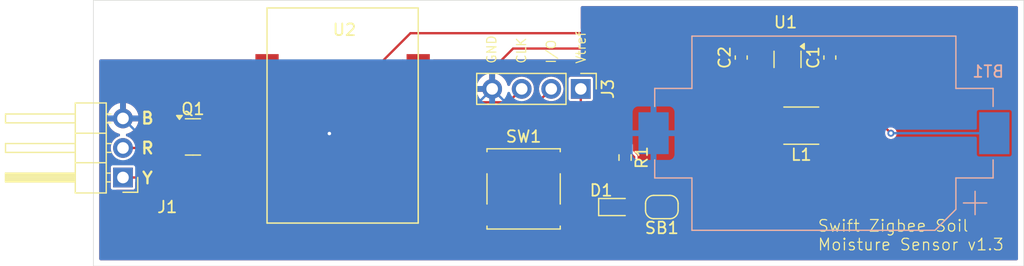
<source format=kicad_pcb>
(kicad_pcb (version 20221018) (generator pcbnew)
  (title_block (title "Swift Zigbee Soil Moisture Sensor") (date "2024-10-01") (rev "1.3"))
  (layers (0 "F.Cu" signal) (31 "B.Cu" signal) (34 "B.Paste" user) (35 "F.Paste" user) (36 "B.SilkS" user "B.Silkscreen") (37 "F.SilkS" user "F.Silkscreen") (38 "B.Mask" user) (39 "F.Mask" user) (44 "Edge.Cuts" user))
  (net 0 "")
  (net 1 "Net-(BT1-+)")
  (net 2 "GND")
  (net 3 "+3.3V")
  (net 4 "Net-(D1-A)")
  (net 5 "Net-(J1-Pin_1)")
  (net 6 "Net-(J1-Pin_2)")
  (net 7 "Net-(U1-L)")
  (net 8 "Net-(Q1-G)")
  (net 9 "Net-(D1-K)")
  (net 38 "Net-(U2B-P0.24)")
  (net 41 "Net-(JP1-A)")
  (net 42 "Net-(J3-SWDCLK)")
  (net 43 "Net-(J3-SWDIO)")
  (footprint "LED_SMD:LED_0603_1608Metric" (layer "F.Cu") (at 113.5125 76.2)
    (fp_text reference "D1" (at -1.27 -1.43) (layer "F.SilkS"))
    (fp_text value "LED" hide)
    (fp_line (start -1.485 -0.735) (end -1.485 0.735) (stroke (width 0.12)) (layer "F.SilkS"))
    (fp_line (start -1.485 0.735) (end 0.8 0.735) (stroke (width 0.12)) (layer "F.SilkS"))
    (fp_line (start 0.8 -0.735) (end -1.485 -0.735) (stroke (width 0.12)) (layer "F.SilkS"))
    (pad "1" smd roundrect (at -0.7875 0) (size 0.875 0.95) (layers "F.Cu" "F.Paste" "F.Mask") (net 9 "Net-(D1-K)"))
    (pad "2" smd roundrect (at 0.7875 0) (size 0.875 0.95) (layers "F.Cu" "F.Paste" "F.Mask") (net 4 "Net-(D1-A)"))
  )
  (footprint "Button_Switch_SMD:SW_SPST_B3S-1000" (layer "F.Cu") (at 105.575 74.64)
    (fp_text reference "SW1" (at 0 -4.5) (layer "F.SilkS"))
    (fp_text value "Factory Reset" hide)
    (fp_line (start -3.15 -3.45) (end 3.15 -3.45) (stroke (width 0.12)) (layer "F.SilkS"))
    (fp_line (start -3.15 -3.2) (end -3.15 -3.45) (stroke (width 0.12)) (layer "F.SilkS"))
    (fp_line (start -3.15 1.3) (end -3.15 -1.3) (stroke (width 0.12)) (layer "F.SilkS"))
    (fp_line (start -3.15 3.45) (end -3.15 3.2) (stroke (width 0.12)) (layer "F.SilkS"))
    (fp_line (start 3.15 -3.45) (end 3.15 -3.2) (stroke (width 0.12)) (layer "F.SilkS"))
    (fp_line (start 3.15 -1.3) (end 3.15 1.3) (stroke (width 0.12)) (layer "F.SilkS"))
    (fp_line (start 3.15 3.2) (end 3.15 3.45) (stroke (width 0.12)) (layer "F.SilkS"))
    (fp_line (start 3.15 3.45) (end -3.15 3.45) (stroke (width 0.12)) (layer "F.SilkS"))
    (pad "1" smd rect (at -3.975 -2.25) (size 1.55 1.3) (layers "F.Cu" "F.Paste" "F.Mask") (net 38 "Net-(U2B-P0.24)"))
    (pad "1" smd rect (at 3.975 -2.25) (size 1.55 1.3) (layers "F.Cu" "F.Paste" "F.Mask") (net 38 "Net-(U2B-P0.24)"))
    (pad "2" smd rect (at -3.975 2.25) (size 1.55 1.3) (layers "F.Cu" "F.Paste" "F.Mask") (net 2 "GND"))
    (pad "2" smd rect (at 3.975 2.25) (size 1.55 1.3) (layers "F.Cu" "F.Paste" "F.Mask") (net 2 "GND"))
  )
  (footprint "Resistor_SMD:R_0603_1608Metric" (layer "F.Cu") (at 114.3 71.945 -90)
    (fp_text reference "R1" (at 0 -1.43 90) (layer "F.SilkS"))
    (fp_text value "680Ω" hide)
    (fp_line (start -0.237258 -0.5225) (end 0.237258 -0.5225) (stroke (width 0.12)) (layer "F.SilkS"))
    (fp_line (start -0.237258 0.5225) (end 0.237258 0.5225) (stroke (width 0.12)) (layer "F.SilkS"))
    (pad "1" smd roundrect (at -0.825 0 270) (size 0.8 0.95) (layers "F.Cu" "F.Paste" "F.Mask") (net 3 "+3.3V"))
    (pad "2" smd roundrect (at 0.825 0 270) (size 0.8 0.95) (layers "F.Cu" "F.Paste" "F.Mask") (net 4 "Net-(D1-A)"))
  )
  (footprint "Connector_PinHeader_2.54mm:PinHeader_1x03_P2.54mm_Horizontal" (layer "F.Cu") (at 71.12 73.66 180)
    (fp_text reference "J1" (at -3.81 -2.54) (layer "F.SilkS"))
    (fp_text value "Probe" hide)
    (fp_line (start -1.27 -1.27) (end 0 -1.27) (stroke (width 0.12)) (layer "F.SilkS"))
    (fp_line (start -1.27 0) (end -1.27 -1.27) (stroke (width 0.12)) (layer "F.SilkS"))
    (fp_line (start 1.042929 2.16) (end 1.44 2.16) (stroke (width 0.12)) (layer "F.SilkS"))
    (fp_line (start 1.042929 2.92) (end 1.44 2.92) (stroke (width 0.12)) (layer "F.SilkS"))
    (fp_line (start 1.042929 4.7) (end 1.44 4.7) (stroke (width 0.12)) (layer "F.SilkS"))
    (fp_line (start 1.042929 5.46) (end 1.44 5.46) (stroke (width 0.12)) (layer "F.SilkS"))
    (fp_line (start 1.11 -0.38) (end 1.44 -0.38) (stroke (width 0.12)) (layer "F.SilkS"))
    (fp_line (start 1.11 0.38) (end 1.44 0.38) (stroke (width 0.12)) (layer "F.SilkS"))
    (fp_line (start 1.44 -1.33) (end 1.44 6.41) (stroke (width 0.12)) (layer "F.SilkS"))
    (fp_line (start 1.44 1.27) (end 4.1 1.27) (stroke (width 0.12)) (layer "F.SilkS"))
    (fp_line (start 1.44 3.81) (end 4.1 3.81) (stroke (width 0.12)) (layer "F.SilkS"))
    (fp_line (start 1.44 6.41) (end 4.1 6.41) (stroke (width 0.12)) (layer "F.SilkS"))
    (fp_line (start 4.1 -1.33) (end 1.44 -1.33) (stroke (width 0.12)) (layer "F.SilkS"))
    (fp_line (start 4.1 -0.38) (end 10.1 -0.38) (stroke (width 0.12)) (layer "F.SilkS"))
    (fp_line (start 4.1 -0.32) (end 10.1 -0.32) (stroke (width 0.12)) (layer "F.SilkS"))
    (fp_line (start 4.1 -0.2) (end 10.1 -0.2) (stroke (width 0.12)) (layer "F.SilkS"))
    (fp_line (start 4.1 -0.08) (end 10.1 -0.08) (stroke (width 0.12)) (layer "F.SilkS"))
    (fp_line (start 4.1 0.04) (end 10.1 0.04) (stroke (width 0.12)) (layer "F.SilkS"))
    (fp_line (start 4.1 0.16) (end 10.1 0.16) (stroke (width 0.12)) (layer "F.SilkS"))
    (fp_line (start 4.1 0.28) (end 10.1 0.28) (stroke (width 0.12)) (layer "F.SilkS"))
    (fp_line (start 4.1 2.16) (end 10.1 2.16) (stroke (width 0.12)) (layer "F.SilkS"))
    (fp_line (start 4.1 4.7) (end 10.1 4.7) (stroke (width 0.12)) (layer "F.SilkS"))
    (fp_line (start 4.1 6.41) (end 4.1 -1.33) (stroke (width 0.12)) (layer "F.SilkS"))
    (fp_line (start 10.1 -0.38) (end 10.1 0.38) (stroke (width 0.12)) (layer "F.SilkS"))
    (fp_line (start 10.1 0.38) (end 4.1 0.38) (stroke (width 0.12)) (layer "F.SilkS"))
    (fp_line (start 10.1 2.16) (end 10.1 2.92) (stroke (width 0.12)) (layer "F.SilkS"))
    (fp_line (start 10.1 2.92) (end 4.1 2.92) (stroke (width 0.12)) (layer "F.SilkS"))
    (fp_line (start 10.1 4.7) (end 10.1 5.46) (stroke (width 0.12)) (layer "F.SilkS"))
    (fp_line (start 10.1 5.46) (end 4.1 5.46) (stroke (width 0.12)) (layer "F.SilkS"))
    (pad "1" thru_hole rect (at 0 0 180) (size 1.7 1.7) (drill 1) (layers "*.Cu" "*.Mask") (net 5 "Net-(J1-Pin_1)"))
    (pad "2" thru_hole oval (at 0 2.54 180) (size 1.7 1.7) (drill 1) (layers "*.Cu" "*.Mask") (net 6 "Net-(J1-Pin_2)"))
    (pad "3" thru_hole oval (at 0 5.08 180) (size 1.7 1.7) (drill 1) (layers "*.Cu" "*.Mask") (net 2 "GND"))
  )
  (footprint "Package_TO_SOT_SMD:SOT-23" (layer "F.Cu") (at 77.1375 70.17)
    (fp_text reference "Q1" (at 0 -2.4) (layer "F.SilkS"))
    (fp_text value "BSS84" hide)
    (fp_line (start 0 -1.56) (end -0.65 -1.56) (stroke (width 0.12)) (layer "F.SilkS"))
    (fp_line (start 0 -1.56) (end 0.65 -1.56) (stroke (width 0.12)) (layer "F.SilkS"))
    (fp_line (start 0 1.56) (end -0.65 1.56) (stroke (width 0.12)) (layer "F.SilkS"))
    (fp_line (start 0 1.56) (end 0.65 1.56) (stroke (width 0.12)) (layer "F.SilkS"))
    (fp_poly (pts (xy -1.1625 -1.51) (xy -1.4025 -1.84) (xy -0.9225 -1.84) (xy -1.1625 -1.51)) (stroke (width 0.12)) (fill solid) (layer "F.SilkS"))
    (pad "1" smd roundrect (at -0.9375 -0.95) (size 1.475 0.6) (layers "F.Cu" "F.Paste" "F.Mask") (net 8 "Net-(Q1-G)"))
    (pad "2" smd roundrect (at -0.9375 0.95) (size 1.475 0.6) (layers "F.Cu" "F.Paste" "F.Mask") (net 41 "Net-(JP1-A)"))
    (pad "3" smd roundrect (at 0.9375 0) (size 1.475 0.6) (layers "F.Cu" "F.Paste" "F.Mask") (net 6 "Net-(J1-Pin_2)"))
  )
  (footprint "Capacitor_SMD:C_0603_1608Metric" (layer "F.Cu") (at 131.91 63.345 90)
    (fp_text reference "C1" (at 0 -1.43 90) (layer "F.SilkS"))
    (fp_text value "10µF" hide)
    (fp_line (start -0.14058 -0.51) (end 0.14058 -0.51) (stroke (width 0.12)) (layer "F.SilkS"))
    (fp_line (start -0.14058 0.51) (end 0.14058 0.51) (stroke (width 0.12)) (layer "F.SilkS"))
    (pad "1" smd roundrect (at -0.775 0 90) (size 0.9 0.95) (layers "F.Cu" "F.Paste" "F.Mask") (net 1 "Net-(BT1-+)"))
    (pad "2" smd roundrect (at 0.775 0 90) (size 0.9 0.95) (layers "F.Cu" "F.Paste" "F.Mask") (net 2 "GND"))
  )
  (footprint "Jumper:SolderJumper-2_P1.3mm_Open_RoundedPad1.0x1.5mm" (layer "F.Cu") (at 117.46 76.2 180)
    (fp_text reference "SB1" (at 0 -1.8) (layer "F.SilkS"))
    (fp_text value "Jumper_Prog" hide)
    (fp_line (start -1.4 0.3) (end -1.4 -0.3) (stroke (width 0.12)) (layer "F.SilkS"))
    (fp_line (start -0.7 -1) (end 0.7 -1) (stroke (width 0.12)) (layer "F.SilkS"))
    (fp_line (start 0.7 1) (end -0.7 1) (stroke (width 0.12)) (layer "F.SilkS"))
    (fp_line (start 1.4 -0.3) (end 1.4 0.3) (stroke (width 0.12)) (layer "F.SilkS"))
    (fp_arc (start -1.4 -0.3) (mid -1.194975 -0.794975) (end -0.7 -1) (stroke (width 0.12)) (layer "F.SilkS"))
    (fp_arc (start -0.7 1) (mid -1.194975 0.794975) (end -1.4 0.3) (stroke (width 0.12)) (layer "F.SilkS"))
    (fp_arc (start 0.7 -1) (mid 1.194975 -0.794975) (end 1.4 -0.3) (stroke (width 0.12)) (layer "F.SilkS"))
    (fp_arc (start 1.4 0.3) (mid 1.194975 0.794975) (end 0.7 1) (stroke (width 0.12)) (layer "F.SilkS"))
    (pad "1" smd custom (at -0.65 0 180) (size 1 0.5) (layers "F.Cu" "F.Mask") (net 41 "Net-(JP1-A)") (options (clearance outline) (anchor rect)) (primitives (gr_circle (center 0 0.25) (end 0.5 0.25) (width 0) (fill yes)) (gr_circle (center 0 -0.25) (end 0.5 -0.25) (width 0) (fill yes)) (gr_poly (pts (xy 0.5 0.75) (xy 0 0.75) (xy 0 -0.75) (xy 0.5 -0.75)) (width 0) (fill yes))))
    (pad "2" smd custom (at 0.65 0 180) (size 1 0.5) (layers "F.Cu" "F.Mask") (net 3 "+3.3V") (options (clearance outline) (anchor rect)) (primitives (gr_circle (center 0 0.25) (end 0.5 0.25) (width 0) (fill yes)) (gr_circle (center 0 -0.25) (end 0.5 -0.25) (width 0) (fill yes)) (gr_poly (pts (xy 0 0.75) (xy -0.5 0.75) (xy -0.5 -0.75) (xy 0 -0.75)) (width 0) (fill yes))))
  )
  (footprint "Inductor_SMD:L_Taiyo-Yuden_NR-30xx" (layer "F.Cu") (at 129.455 69.2 180)
    (fp_text reference "L1" (at 0 -2.5 180) (layer "F.SilkS"))
    (fp_text value "4.7µH")
    (fp_line (start -1.5 -1.6) (end 1.5 -1.6) (stroke (width 0.12)) (layer "F.SilkS"))
    (fp_line (start -1.5 1.6) (end 1.5 1.6) (stroke (width 0.12)) (layer "F.SilkS"))
    (pad "1" smd rect (at -1.1 0 180) (size 0.8 2.7) (layers "F.Cu" "F.Paste" "F.Mask") (net 1 "Net-(BT1-+)"))
    (pad "2" smd rect (at 1.1 0 180) (size 0.8 2.7) (layers "F.Cu" "F.Paste" "F.Mask") (net 7 "Net-(U1-L)"))
  )
  (footprint "Capacitor_SMD:C_0603_1608Metric" (layer "F.Cu") (at 124.29 63.345 90)
    (fp_text reference "C2" (at 0 -1.43 90) (layer "F.SilkS"))
    (fp_text value "10µF" hide)
    (fp_line (start -0.14058 -0.51) (end 0.14058 -0.51) (stroke (width 0.12)) (layer "F.SilkS"))
    (fp_line (start -0.14058 0.51) (end 0.14058 0.51) (stroke (width 0.12)) (layer "F.SilkS"))
    (pad "1" smd roundrect (at -0.775 0 90) (size 0.9 0.95) (layers "F.Cu" "F.Paste" "F.Mask") (net 41 "Net-(JP1-A)"))
    (pad "2" smd roundrect (at 0.775 0 90) (size 0.9 0.95) (layers "F.Cu" "F.Paste" "F.Mask") (net 2 "GND"))
  )
  (footprint "E73-2G4M08S1C:E73-2G4M08S1C" (layer "F.Cu") (at 90.01 68.5785)
    (fp_text reference "U2" (at 0.16 -7.6185) (layer "F.SilkS"))
    (fp_text value "E73-2G4M08S1C" hide)
    (fp_line (start -6.5 -9.5) (end -6.5 9) (stroke (width 0.127)) (layer "F.SilkS"))
    (fp_line (start -6.5 9) (end 6.5 9) (stroke (width 0.127)) (layer "F.SilkS"))
    (fp_line (start 6.5 -9.5) (end -6.5 -9.5) (stroke (width 0.127)) (layer "F.SilkS"))
    (fp_line (start 6.5 9) (end 6.5 -9.5) (stroke (width 0.127)) (layer "F.SilkS"))
    (pad "1" smd rect (at -6.5 -5.03) (size 2 1) (layers "F.Cu" "F.Paste" "F.Mask"))
    (pad "2" smd rect (at -6.5 -3.76) (size 2 1) (layers "F.Cu" "F.Paste" "F.Mask"))
    (pad "3" smd rect (at -6.5 -2.49) (size 2 1) (layers "F.Cu" "F.Paste" "F.Mask") (net 1 "Net-(BT1-+)"))
    (pad "4" smd rect (at -6.5 -1.22) (size 2 1) (layers "F.Cu" "F.Paste" "F.Mask"))
    (pad "5" smd rect (at -6.5 0.05) (size 2 1) (layers "F.Cu" "F.Paste" "F.Mask") (net 2 "GND"))
    (pad "6" smd rect (at -6.5 1.32) (size 2 1) (layers "F.Cu" "F.Paste" "F.Mask") (net 8 "Net-(Q1-G)"))
    (pad "7" smd rect (at -6.5 2.59) (size 2 1) (layers "F.Cu" "F.Paste" "F.Mask") (net 5 "Net-(J1-Pin_1)"))
    (pad "8" smd rect (at -6.5 3.86) (size 2 1) (layers "F.Cu" "F.Paste" "F.Mask"))
    (pad "9" smd rect (at -6.5 5.13) (size 2 1) (layers "F.Cu" "F.Paste" "F.Mask"))
    (pad "10" smd rect (at -6.5 6.4) (size 2 1) (layers "F.Cu" "F.Paste" "F.Mask"))
    (pad "11" smd rect (at -4.44 9) (size 1 2) (layers "F.Cu" "F.Paste" "F.Mask"))
    (pad "12" smd rect (at -3.81 6.9) (size 0.9 0.9) (layers "F.Cu" "F.Paste" "F.Mask"))
    (pad "13" smd rect (at -3.17 9) (size 1 2) (layers "F.Cu" "F.Paste" "F.Mask"))
    (pad "14" smd rect (at -2.54 6.9) (size 0.9 0.9) (layers "F.Cu" "F.Paste" "F.Mask"))
    (pad "15" smd rect (at -1.9 9) (size 1 2) (layers "F.Cu" "F.Paste" "F.Mask"))
    (pad "16" smd rect (at -1.27 6.9) (size 0.9 0.9) (layers "F.Cu" "F.Paste" "F.Mask"))
    (pad "17" smd rect (at -0.63 9) (size 1 2) (layers "F.Cu" "F.Paste" "F.Mask"))
    (pad "18" smd rect (at 0 6.9) (size 0.9 0.9) (layers "F.Cu" "F.Paste" "F.Mask"))
    (pad "19" smd rect (at 0.64 9) (size 1 2) (layers "F.Cu" "F.Paste" "F.Mask") (net 3 "+3.3V"))
    (pad "20" smd rect (at 1.27 6.9) (size 0.9 0.9) (layers "F.Cu" "F.Paste" "F.Mask"))
    (pad "21" smd rect (at 1.91 9) (size 1 2) (layers "F.Cu" "F.Paste" "F.Mask") (net 2 "GND"))
    (pad "22" smd rect (at 2.54 6.9) (size 0.9 0.9) (layers "F.Cu" "F.Paste" "F.Mask"))
    (pad "23" smd rect (at 3.18 9) (size 1 2) (layers "F.Cu" "F.Paste" "F.Mask") (net 3 "+3.3V"))
    (pad "24" smd rect (at 3.81 6.9) (size 0.9 0.9) (layers "F.Cu" "F.Paste" "F.Mask") (net 2 "GND"))
    (pad "25" smd rect (at 4.45 9) (size 1 2) (layers "F.Cu" "F.Paste" "F.Mask"))
    (pad "26" smd rect (at 6.5 6.4) (size 2 1) (layers "F.Cu" "F.Paste" "F.Mask"))
    (pad "27" smd rect (at 6.5 5.13) (size 2 1) (layers "F.Cu" "F.Paste" "F.Mask"))
    (pad "28" smd rect (at 4.4 4.495) (size 0.9 0.9) (layers "F.Cu" "F.Paste" "F.Mask"))
    (pad "29" smd rect (at 6.5 3.86) (size 2 1) (layers "F.Cu" "F.Paste" "F.Mask"))
    (pad "30" smd rect (at 4.4 3.225) (size 0.9 0.9) (layers "F.Cu" "F.Paste" "F.Mask"))
    (pad "31" smd rect (at 6.5 2.59) (size 2 1) (layers "F.Cu" "F.Paste" "F.Mask"))
    (pad "32" smd rect (at 4.4 1.955) (size 0.9 0.9) (layers "F.Cu" "F.Paste" "F.Mask"))
    (pad "33" smd rect (at 6.5 1.32) (size 2 1) (layers "F.Cu" "F.Paste" "F.Mask") (net 9 "Net-(D1-K)"))
    (pad "34" smd rect (at 4.4 0.685) (size 0.9 0.9) (layers "F.Cu" "F.Paste" "F.Mask"))
    (pad "35" smd rect (at 6.5 0.05) (size 2 1) (layers "F.Cu" "F.Paste" "F.Mask") (net 38 "Net-(U2B-P0.24)"))
    (pad "36" smd rect (at 4.4 -0.585) (size 0.9 0.9) (layers "F.Cu" "F.Paste" "F.Mask"))
    (pad "37" smd rect (at 6.5 -1.22) (size 2 1) (layers "F.Cu" "F.Paste" "F.Mask") (net 43 "Net-(J3-SWDIO)"))
    (pad "38" smd rect (at 4.4 -1.855) (size 0.9 0.9) (layers "F.Cu" "F.Paste" "F.Mask"))
    (pad "39" smd rect (at 6.5 -2.49) (size 2 1) (layers "F.Cu" "F.Paste" "F.Mask") (net 42 "Net-(J3-SWDCLK)"))
    (pad "40" smd rect (at 4.4 -3.125) (size 0.9 0.9) (layers "F.Cu" "F.Paste" "F.Mask"))
    (pad "41" smd rect (at 6.5 -3.76) (size 2 1) (layers "F.Cu" "F.Paste" "F.Mask"))
    (pad "42" smd rect (at 4.4 -4.395) (size 0.9 0.9) (layers "F.Cu" "F.Paste" "F.Mask"))
    (pad "43" smd rect (at 6.5 -5.03) (size 2 1) (layers "F.Cu" "F.Paste" "F.Mask"))
  )
  (footprint "Package_TO_SOT_SMD:Texas_R-PDSO-G6" (layer "F.Cu") (at 128.27 63.5 -90)
    (fp_text reference "U1" (at -3.19 0.17) (layer "F.SilkS"))
    (fp_text value "TPS61221DCK" hide)
    (fp_line (start -0.7 -1.16) (end 0.7 -1.16) (stroke (width 0.12)) (layer "F.SilkS"))
    (fp_line (start -0.7 1.16) (end 0.7 1.16) (stroke (width 0.12)) (layer "F.SilkS"))
    (fp_poly (pts (xy -1.12 -1.11) (xy -1.36 -1.44) (xy -0.88 -1.44) (xy -1.12 -1.11)) (stroke (width 0.12)) (fill solid) (layer "F.SilkS"))
    (pad "1" smd roundrect (at -1.1 -0.65 270) (size 0.9 0.4) (layers "F.Cu" "F.Paste" "F.Mask") (net 1 "Net-(BT1-+)"))
    (pad "2" smd roundrect (at -1.1 0 270) (size 0.9 0.4) (layers "F.Cu" "F.Paste" "F.Mask") (net 41 "Net-(JP1-A)"))
    (pad "3" smd roundrect (at -1.1 0.65 270) (size 0.9 0.4) (layers "F.Cu" "F.Paste" "F.Mask") (net 2 "GND"))
    (pad "4" smd roundrect (at 1.1 0.65 270) (size 0.9 0.4) (layers "F.Cu" "F.Paste" "F.Mask") (net 41 "Net-(JP1-A)"))
    (pad "5" smd roundrect (at 1.1 0 270) (size 0.9 0.4) (layers "F.Cu" "F.Paste" "F.Mask") (net 7 "Net-(U1-L)"))
    (pad "6" smd roundrect (at 1.1 -0.65 270) (size 0.9 0.4) (layers "F.Cu" "F.Paste" "F.Mask") (net 1 "Net-(BT1-+)"))
  )
  (footprint "Connector_PinHeader_2.54mm:PinHeader_1x04_P2.54mm_Vertical" (layer "F.Cu") (at 110.49 66.04 -90)
    (fp_text reference "J3" (at 0 -2.33 90) (layer "F.SilkS"))
    (fp_text value "ARM SWD" hide)
    (fp_line (start -1.33 -1.33) (end 0 -1.33) (stroke (width 0.12)) (layer "F.SilkS"))
    (fp_line (start -1.33 0) (end -1.33 -1.33) (stroke (width 0.12)) (layer "F.SilkS"))
    (fp_line (start -1.33 1.27) (end -1.33 8.95) (stroke (width 0.12)) (layer "F.SilkS"))
    (fp_line (start -1.33 1.27) (end 1.33 1.27) (stroke (width 0.12)) (layer "F.SilkS"))
    (fp_line (start -1.33 8.95) (end 1.33 8.95) (stroke (width 0.12)) (layer "F.SilkS"))
    (fp_line (start 1.33 1.27) (end 1.33 8.95) (stroke (width 0.12)) (layer "F.SilkS"))
    (pad "1" thru_hole rect (at 0 0 270) (size 1.7 1.7) (drill 1) (layers "*.Cu" "*.Mask") (net 3 "+3.3V"))
    (pad "2" thru_hole oval (at 0 2.54 270) (size 1.7 1.7) (drill 1) (layers "*.Cu" "*.Mask") (net 43 "Net-(J3-SWDIO)"))
    (pad "3" thru_hole oval (at 0 5.08 270) (size 1.7 1.7) (drill 1) (layers "*.Cu" "*.Mask") (net 42 "Net-(J3-SWDCLK)"))
    (pad "4" thru_hole oval (at 0 7.62 270) (size 1.7 1.7) (drill 1) (layers "*.Cu" "*.Mask") (net 2 "GND"))
  )
  (footprint "Battery:BatteryHolder_Keystone_1060_1x2032" (layer "B.Cu") (at 131.4 69.85 180)
    (fp_text reference "BT1" (at -14.125 5.3) (layer "B.SilkS") (effects (justify mirror)))
    (fp_text value "CR2032" hide)
    (fp_line (start -14.55 -3.85) (end -14.55 -2.3) (stroke (width 0.12)) (layer "B.SilkS"))
    (fp_line (start -14.55 3.85) (end -14.55 2.3) (stroke (width 0.12)) (layer "B.SilkS"))
    (fp_line (start -13 -5) (end -13 -7) (stroke (width 0.12)) (layer "B.SilkS"))
    (fp_line (start -12 -6) (end -14 -6) (stroke (width 0.12)) (layer "B.SilkS"))
    (fp_line (start -11.35 -6.55) (end -11.35 -3.85) (stroke (width 0.12)) (layer "B.SilkS"))
    (fp_line (start -11.35 -3.85) (end -14.55 -3.85) (stroke (width 0.12)) (layer "B.SilkS"))
    (fp_line (start -11.35 3.85) (end -14.55 3.85) (stroke (width 0.12)) (layer "B.SilkS"))
    (fp_line (start -11.35 8.35) (end -11.35 3.85) (stroke (width 0.12)) (layer "B.SilkS"))
    (fp_line (start -11.35 8.35) (end 11.35 8.35) (stroke (width 0.12)) (layer "B.SilkS"))
    (fp_line (start -9.55 -8.35) (end -11.35 -6.55) (stroke (width 0.12)) (layer "B.SilkS"))
    (fp_line (start 11.35 -8.35) (end -9.55 -8.35) (stroke (width 0.12)) (layer "B.SilkS"))
    (fp_line (start 11.35 -8.35) (end 11.35 -3.85) (stroke (width 0.12)) (layer "B.SilkS"))
    (fp_line (start 11.35 -3.85) (end 14.55 -3.85) (stroke (width 0.12)) (layer "B.SilkS"))
    (fp_line (start 11.35 3.85) (end 14.55 3.85) (stroke (width 0.12)) (layer "B.SilkS"))
    (fp_line (start 11.35 8.35) (end 11.35 3.85) (stroke (width 0.12)) (layer "B.SilkS"))
    (fp_line (start 14.55 -3.85) (end 14.55 -2.3) (stroke (width 0.12)) (layer "B.SilkS"))
    (fp_line (start 14.55 3.85) (end 14.55 2.3) (stroke (width 0.12)) (layer "B.SilkS"))
    (pad "1" smd rect (at -14.65 0) (size 2.6 3.6) (layers "B.Cu" "B.Paste" "B.Mask") (net 1 "Net-(BT1-+)"))
    (pad "2" smd rect (at 14.65 0) (size 2.6 3.6) (layers "B.Cu" "B.Paste" "B.Mask") (net 2 "GND"))
  )
  (gr_rect (start 68.58 58.42) (end 148.59 81.28) (stroke (width 0.05)) (fill none) (layer "Edge.Cuts"))
  (gr_text "B" (at 72.594745 69.14597) (layer "F.SilkS") (effects (font (size 1 1) (thickness 0.2) bold) (justify left bottom)))
  (gr_text "GND" (at 103.293944 63.932718 90) (layer "F.SilkS") (effects (font (size 0.8 0.8) (thickness 0.1)) (justify left bottom)))
  (gr_text "Y" (at 72.666174 74.29041) (layer "F.SilkS") (effects (font (size 1 1) (thickness 0.2) bold) (justify left bottom)))
  (gr_text "R" (at 72.594745 71.71819) (layer "F.SilkS") (effects (font (size 1 1) (thickness 0.2) bold) (justify left bottom)))
  (gr_text "I/O" (at 108.417336 63.932718 90) (layer "F.SilkS") (effects (font (size 0.8 0.8) (thickness 0.1)) (justify left bottom)))
  (gr_text "CLK" (at 105.85564 63.932718 90) (layer "F.SilkS") (effects (font (size 0.8 0.8) (thickness 0.1)) (justify left bottom)))
  (gr_text "Swift Zigbee Soil\nMoisture Sensor v1.3" (at 130.81 80.01) (layer "F.SilkS") (effects (font (size 1 1) (thickness 0.1)) (justify left bottom)))
  (gr_text "Vtref" (at 110.979032 63.932718 90) (layer "F.SilkS") (effects (font (size 0.8 0.8) (thickness 0.1)) (justify left bottom)))
  (segment (start 132.685 61.565) (end 132.685 63.345) (width 0.2) (layer "F.Cu") (net 1))
  (segment (start 132.685 63.345) (end 131.91 64.12) (width 0.2) (layer "F.Cu") (net 1))
  (segment (start 130.64 69.2) (end 136.51 69.2) (width 0.2) (layer "F.Cu") (net 1))
  (segment (start 136.51 69.2) (end 137.16 69.85) (width 0.2) (layer "F.Cu") (net 1))
  (segment (start 130.64 66.32) (end 130.64 69.2) (width 0.4) (layer "F.Cu") (net 1))
  (segment (start 83.51 66.0885) (end 91.005 66.0885) (width 0.2) (layer "F.Cu") (net 1))
  (segment (start 128.92 64.6) (end 129.4 64.12) (width 0.2) (layer "F.Cu") (net 1))
  (segment (start 95.8435 61.25) (end 132.37 61.25) (width 0.2) (layer "F.Cu") (net 1))
  (segment (start 91.005 66.0885) (end 95.8435 61.25) (width 0.2) (layer "F.Cu") (net 1))
  (segment (start 128.92 64.6) (end 130.64 66.32) (width 0.4) (layer "F.Cu") (net 1))
  (segment (start 132.37 61.25) (end 132.685 61.565) (width 0.2) (layer "F.Cu") (net 1))
  (segment (start 128.92 62.4) (end 128.92 64.6) (width 0.2) (layer "F.Cu") (net 1))
  (segment (start 129.4 64.12) (end 131.91 64.12) (width 0.2) (layer "F.Cu") (net 1))
  (via (at 137.16 69.85) (size 0.6) (drill 0.3) (layers "F.Cu" "B.Cu") (net 1))
  (segment (start 137.16 69.85) (end 146.05 69.85) (width 0.2) (layer "B.Cu") (net 1))
  (segment (start 127.62 61.950001) (end 127.920001 61.65) (width 0.2) (layer "F.Cu") (net 2))
  (segment (start 87.62 68.6285) (end 93.82 74.8285) (width 0.2) (layer "F.Cu") (net 2))
  (segment (start 124.29 62.57) (end 127.45 62.57) (width 0.2) (layer "F.Cu") (net 2))
  (segment (start 93.82 76.1285) (end 93.72 76.2285) (width 0.2) (layer "F.Cu") (net 2))
  (segment (start 124.29 62.57) (end 104.67 62.57) (width 0.2) (layer "F.Cu") (net 2))
  (segment (start 83.4615 68.58) (end 83.51 68.6285) (width 0.2) (layer "F.Cu") (net 2))
  (segment (start 94.47 75.4785) (end 95.8815 76.89) (width 0.2) (layer "F.Cu") (net 2))
  (segment (start 83.51 68.6285) (end 87.62 68.6285) (width 0.2) (layer "F.Cu") (net 2))
  (segment (start 91.92 76.3785) (end 91.92 77.5785) (width 0.2) (layer "F.Cu") (net 2))
  (segment (start 101.6 76.89) (end 109.55 76.89) (width 0.2) (layer "F.Cu") (net 2))
  (segment (start 130.99 61.65) (end 131.91 62.57) (width 0.2) (layer "F.Cu") (net 2))
  (segment (start 95.8815 76.89) (end 101.6 76.89) (width 0.2) (layer "F.Cu") (net 2))
  (segment (start 93.72 76.2285) (end 92.07 76.2285) (width 0.2) (layer "F.Cu") (net 2))
  (segment (start 92.07 76.2285) (end 91.92 76.3785) (width 0.2) (layer "F.Cu") (net 2))
  (segment (start 93.82 75.4785) (end 93.82 76.1285) (width 0.2) (layer "F.Cu") (net 2))
  (segment (start 93.82 75.4785) (end 94.47 75.4785) (width 0.2) (layer "F.Cu") (net 2))
  (segment (start 102.87 64.37) (end 102.87 66.04) (width 0.2) (layer "F.Cu") (net 2))
  (segment (start 104.67 62.57) (end 102.87 64.37) (width 0.2) (layer "F.Cu") (net 2))
  (segment (start 127.920001 61.65) (end 130.99 61.65) (width 0.2) (layer "F.Cu") (net 2))
  (segment (start 127.62 62.4) (end 127.62 61.950001) (width 0.2) (layer "F.Cu") (net 2))
  (segment (start 127.45 62.57) (end 127.62 62.4) (width 0.2) (layer "F.Cu") (net 2))
  (segment (start 93.82 74.8285) (end 93.82 75.4785) (width 0.2) (layer "F.Cu") (net 2))
  (via (at 88.87075 69.87925) (size 0.6) (drill 0.3) (layers "F.Cu" "B.Cu") (net 2))
  (segment (start 72.41925 69.87925) (end 71.12 68.58) (width 0.2) (layer "B.Cu") (net 2))
  (segment (start 88.87075 69.87925) (end 72.41925 69.87925) (width 0.2) (layer "B.Cu") (net 2))
  (segment (start 102.87 66.04) (end 106.68 69.85) (width 0.2) (layer "B.Cu") (net 2))
  (segment (start 88.87075 69.87925) (end 99.03075 69.87925) (width 0.2) (layer "B.Cu") (net 2))
  (segment (start 106.68 69.85) (end 116.75 69.85) (width 0.2) (layer "B.Cu") (net 2))
  (segment (start 99.03075 69.87925) (end 102.87 66.04) (width 0.2) (layer "B.Cu") (net 2))
  (segment (start 112.8915 78.8785) (end 93.29 78.8785) (width 0.2) (layer "F.Cu") (net 3))
  (segment (start 93.09 78.8785) (end 93.19 78.7785) (width 0.2) (layer "F.Cu") (net 3))
  (segment (start 116.81 76.2) (end 115.075 76.2) (width 0.2) (layer "F.Cu") (net 3))
  (segment (start 90.65 77.5785) (end 90.65 78.4085) (width 0.2) (layer "F.Cu") (net 3))
  (segment (start 110.49 67.31) (end 114.3 71.12) (width 0.2) (layer "F.Cu") (net 3))
  (segment (start 115.075 76.695) (end 112.8915 78.8785) (width 0.2) (layer "F.Cu") (net 3))
  (segment (start 115.075 71.895) (end 115.075 76.2) (width 0.2) (layer "F.Cu") (net 3))
  (segment (start 114.3 71.12) (end 115.075 71.895) (width 0.2) (layer "F.Cu") (net 3))
  (segment (start 93.19 78.7785) (end 93.19 77.5785) (width 0.2) (layer "F.Cu") (net 3))
  (segment (start 93.29 78.8785) (end 93.19 78.7785) (width 0.2) (layer "F.Cu") (net 3))
  (segment (start 91.12 78.8785) (end 93.09 78.8785) (width 0.2) (layer "F.Cu") (net 3))
  (segment (start 115.075 76.2) (end 115.075 76.695) (width 0.2) (layer "F.Cu") (net 3))
  (segment (start 110.49 66.04) (end 110.49 67.31) (width 0.2) (layer "F.Cu") (net 3))
  (segment (start 90.65 78.4085) (end 91.12 78.8785) (width 0.2) (layer "F.Cu") (net 3))
  (segment (start 114.3 72.77) (end 114.3 76.2) (width 0.2) (layer "F.Cu") (net 4))
  (segment (start 75.963052 73.66) (end 71.12 73.66) (width 0.2) (layer "F.Cu") (net 5))
  (segment (start 83.51 71.1685) (end 78.454552 71.1685) (width 0.2) (layer "F.Cu") (net 5))
  (segment (start 78.454552 71.1685) (end 75.963052 73.66) (width 0.2) (layer "F.Cu") (net 5))
  (segment (start 78.075 70.17) (end 74.61 70.17) (width 0.2) (layer "F.Cu") (net 6))
  (segment (start 73.66 71.12) (end 71.12 71.12) (width 0.2) (layer "F.Cu") (net 6))
  (segment (start 74.61 70.17) (end 73.66 71.12) (width 0.2) (layer "F.Cu") (net 6))
  (segment (start 128.27 64.6) (end 128.27 69.2) (width 0.4) (layer "F.Cu") (net 7))
  (segment (start 76.2 69.22) (end 81.92 69.22) (width 0.2) (layer "F.Cu") (net 8))
  (segment (start 82.5985 69.8985) (end 83.51 69.8985) (width 0.2) (layer "F.Cu") (net 8))
  (segment (start 81.92 69.22) (end 82.5985 69.8985) (width 0.2) (layer "F.Cu") (net 8))
  (segment (start 99.06 73.66) (end 99.06 71.2485) (width 0.2) (layer "F.Cu") (net 9))
  (segment (start 99.06 71.2485) (end 97.71 69.8985) (width 0.2) (layer "F.Cu") (net 9))
  (segment (start 112.725 76.2) (end 110.185 73.66) (width 0.2) (layer "F.Cu") (net 9))
  (segment (start 110.185 73.66) (end 99.06 73.66) (width 0.2) (layer "F.Cu") (net 9))
  (segment (start 97.71 69.8985) (end 96.51 69.8985) (width 0.2) (layer "F.Cu") (net 9))
  (segment (start 101.6 72.39) (end 109.55 72.39) (width 0.2) (layer "F.Cu") (net 38))
  (segment (start 96.51 68.6285) (end 97.71 68.6285) (width 0.2) (layer "F.Cu") (net 38))
  (segment (start 101.4715 72.39) (end 101.6 72.39) (width 0.2) (layer "F.Cu") (net 38))
  (segment (start 97.71 68.6285) (end 101.4715 72.39) (width 0.2) (layer "F.Cu") (net 38))
  (segment (start 127.14 64.12) (end 127.62 64.6) (width 0.2) (layer "F.Cu") (net 41))
  (segment (start 124.29 64.12) (end 124.29 70.02) (width 0.2) (layer "F.Cu") (net 41))
  (segment (start 118.11 80.01) (end 75.17 80.01) (width 0.2) (layer "F.Cu") (net 41))
  (segment (start 70.09 72.39) (end 74.93 72.39) (width 0.2) (layer "F.Cu") (net 41))
  (segment (start 69.97 74.81) (end 69.97 72.51) (width 0.2) (layer "F.Cu") (net 41))
  (segment (start 69.97 72.51) (end 70.09 72.39) (width 0.2) (layer "F.Cu") (net 41))
  (segment (start 128.27 63.268456) (end 127.62 63.918456) (width 0.2) (layer "F.Cu") (net 41))
  (segment (start 74.93 72.39) (end 76.2 71.12) (width 0.2) (layer "F.Cu") (net 41))
  (segment (start 128.27 62.4) (end 128.27 63.268456) (width 0.2) (layer "F.Cu") (net 41))
  (segment (start 124.29 64.12) (end 127.14 64.12) (width 0.2) (layer "F.Cu") (net 41))
  (segment (start 124.29 70.02) (end 118.11 76.2) (width 0.2) (layer "F.Cu") (net 41))
  (segment (start 127.62 63.918456) (end 127.62 64.6) (width 0.2) (layer "F.Cu") (net 41))
  (segment (start 75.17 80.01) (end 69.97 74.81) (width 0.2) (layer "F.Cu") (net 41))
  (segment (start 118.11 76.2) (end 118.11 80.01) (width 0.2) (layer "F.Cu") (net 41))
  (segment (start 105.41 66.04) (end 104.26 67.19) (width 0.2) (layer "F.Cu") (net 42))
  (segment (start 97.8385 66.0885) (end 96.51 66.0885) (width 0.2) (layer "F.Cu") (net 42))
  (segment (start 104.26 67.19) (end 98.94 67.19) (width 0.2) (layer "F.Cu") (net 42))
  (segment (start 98.94 67.19) (end 97.8385 66.0885) (width 0.2) (layer "F.Cu") (net 42))
  (segment (start 96.7415 67.59) (end 96.51 67.3585) (width 0.2) (layer "F.Cu") (net 43))
  (segment (start 107.95 66.04) (end 106.4 67.59) (width 0.2) (layer "F.Cu") (net 43))
  (segment (start 106.4 67.59) (end 96.7415 67.59) (width 0.2) (layer "F.Cu") (net 43))
  (zone (net 2) (net_name "GND") (layer "F.Cu") (connect_pads (clearance 0.2)) (min_thickness 0.25) (fill yes (thermal_gap 0.5) (thermal_bridge_width 0.5))
    (polygon (pts (xy 68.58 63.5) (xy 110.49 63.5) (xy 110.49 58.42) (xy 148.59 58.42) (xy 148.59 81.28) (xy 68.58 81.28)))
  )
  (zone (net 2) (net_name "GND") (layer "B.Cu") (connect_pads (clearance 0.2)) (min_thickness 0.25) (fill yes (thermal_gap 0.5) (thermal_bridge_width 0.5))
    (polygon (pts (xy 68.58 63.5) (xy 110.49 63.5) (xy 110.49 58.42) (xy 148.59 58.42) (xy 148.59 81.28) (xy 68.58 81.28)))
  )
)
</source>
